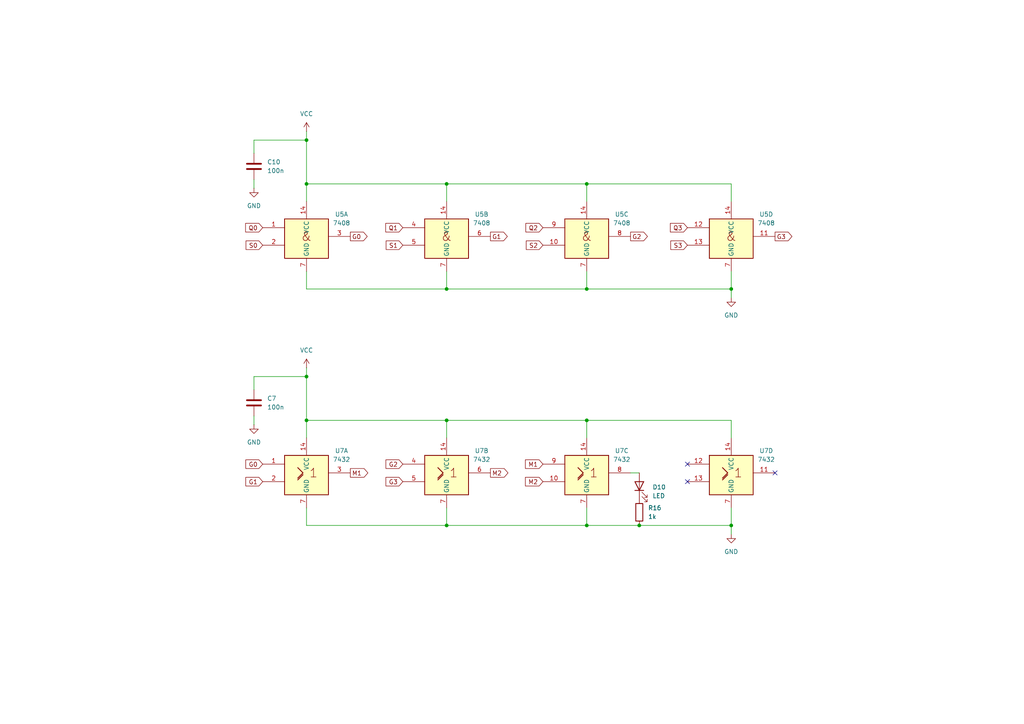
<source format=kicad_sch>
(kicad_sch (version 20250114) (generator "eeschema") (generator_version "9.0")
  (paper "A4")
  (title_block (title "PinCheck - 4 Pin Cable (LEMHAL)") (date "2025-08-27") (rev "Rev 1.0") (company "Igor Oliveira") (comment 1 "Continuity & Logic Test Circuit") (comment 2 "Decade Counter with pass/fail logic gates"))
  (lib_symbols
    (symbol "74xx_IEEE:7408"
      (property "Reference" "U" (at 2.54 7.62 0))
      (property "Value" "7408" (at 3.81 -8.89 0))
      (symbol "7408_0_1"
        (rectangle (start -6.35 5.08) (end 6.35 -6.35) (stroke (width 0.254)) (fill (type background)))
        (text "&" (at 0 0 0) (effects (font (size 2.54 2.54))))
        (pin power_in line (at 0 10.16 270) (length 5.08) (name "VCC") (number "14"))
        (pin power_in line (at 0 -10.16 90) (length 3.81) (name "GND") (number "7"))
      )
      (symbol "7408_1_1"
        (pin input line (at -12.7 2.54 0) (length 6.35) (name "~") (number "1"))
        (pin input line (at -12.7 -2.54 0) (length 6.35) (name "~") (number "2"))
        (pin output line (at 12.7 0 180) (length 6.35) (name "~") (number "3"))
      )
      (symbol "7408_2_1"
        (pin input line (at -12.7 2.54 0) (length 6.35) (name "~") (number "4"))
        (pin input line (at -12.7 -2.54 0) (length 6.35) (name "~") (number "5"))
        (pin input line (at 12.7 0 180) (length 6.35) (name "~") (number "6"))
      )
      (symbol "7408_3_1"
        (pin input line (at -12.7 2.54 0) (length 6.35) (name "~") (number "9"))
        (pin input line (at -12.7 -2.54 0) (length 6.35) (name "~") (number "10"))
        (pin input line (at 12.7 0 180) (length 6.35) (name "~") (number "8"))
      )
      (symbol "7408_4_1"
        (pin input line (at -12.7 2.54 0) (length 6.35) (name "~") (number "12"))
        (pin input line (at -12.7 -2.54 0) (length 6.35) (name "~") (number "13"))
        (pin input line (at 12.7 0 180) (length 6.35) (name "~") (number "11"))
      )
    )
    (symbol "74xx_IEEE:7432"
      (property "Reference" "U" (at 2.54 6.35 0))
      (property "Value" "7432" (at 3.81 -7.62 0))
      (symbol "7432_0_1"
        (rectangle (start -6.35 5.08) (end 6.35 -6.35) (stroke (width 0.254)) (fill (type background)))
        (polyline (pts (xy -2.54 1.524) (xy -2.54 1.524) (xy -1.016 0) (xy -2.54 -1.524) (xy -2.54 -1.524)) (stroke (width 0.254)) (fill (type background)))
        (polyline (pts (xy -2.54 -2.032) (xy -1.016 -0.508) (xy -1.016 -0.508)) (stroke (width 0.254)) (fill (type background)))
        (text "1" (at 2.032 0 0) (effects (font (size 2.54 2.54))))
        (pin power_in line (at 0 10.16 270) (length 5.08) (name "VCC") (number "14"))
        (pin power_in line (at 0 -10.16 90) (length 3.81) (name "GND") (number "7"))
      )
      (symbol "7432_1_1"
        (pin input line (at -12.7 2.54 0) (length 6.35) (name "~") (number "1"))
        (pin input line (at -12.7 -2.54 0) (length 6.35) (name "~") (number "2"))
        (pin output line (at 12.7 0 180) (length 6.35) (name "~") (number "3"))
      )
      (symbol "7432_2_1"
        (pin input line (at -12.7 2.54 0) (length 6.35) (name "~") (number "4"))
        (pin input line (at -12.7 -2.54 0) (length 6.35) (name "~") (number "5"))
        (pin output line (at 12.7 0 180) (length 6.35) (name "~") (number "6"))
      )
      (symbol "7432_3_1"
        (pin input line (at -12.7 2.54 0) (length 6.35) (name "~") (number "9"))
        (pin input line (at -12.7 -2.54 0) (length 6.35) (name "~") (number "10"))
        (pin output line (at 12.7 0 180) (length 6.35) (name "~") (number "8"))
      )
      (symbol "7432_4_1"
        (pin input line (at -12.7 2.54 0) (length 6.35) (name "~") (number "12"))
        (pin input line (at -12.7 -2.54 0) (length 6.35) (name "~") (number "13"))
        (pin output line (at 12.7 0 180) (length 6.35) (name "~") (number "11"))
      )
    )
    (symbol "Device:C" (pin_numbers (hide yes)) (pin_names (offset 0.254))
      (property "Reference" "C" (at 0.635 2.54 0))
      (property "Value" "C" (at 0.635 -2.54 0))
      (symbol "C_0_1"
        (polyline (pts (xy -2.032 0.762) (xy 2.032 0.762)) (stroke (width 0.508)))
        (polyline (pts (xy -2.032 -0.762) (xy 2.032 -0.762)) (stroke (width 0.508)))
      )
      (symbol "C_1_1"
        (pin passive line (at 0 3.81 270) (length 2.794) (name "~") (number "1"))
        (pin passive line (at 0 -3.81 90) (length 2.794) (name "~") (number "2"))
      )
    )
    (symbol "Device:LED" (pin_numbers (hide yes)) (pin_names (offset 1.016) (hide yes))
      (property "Reference" "D" (at 0 2.54 0))
      (property "Value" "LED" (at 0 -2.54 0))
      (symbol "LED_0_1"
        (polyline (pts (xy -3.048 -0.762) (xy -4.572 -2.286) (xy -3.81 -2.286) (xy -4.572 -2.286) (xy -4.572 -1.524)))
        (polyline (pts (xy -1.778 -0.762) (xy -3.302 -2.286) (xy -2.54 -2.286) (xy -3.302 -2.286) (xy -3.302 -1.524)))
        (polyline (pts (xy -1.27 0) (xy 1.27 0)))
        (polyline (pts (xy -1.27 -1.27) (xy -1.27 1.27)) (stroke (width 0.254)))
        (polyline (pts (xy 1.27 -1.27) (xy 1.27 1.27) (xy -1.27 0) (xy 1.27 -1.27)) (stroke (width 0.254)))
      )
      (symbol "LED_1_1"
        (pin passive line (at -3.81 0 0) (length 2.54) (name "K") (number "1"))
        (pin passive line (at 3.81 0 180) (length 2.54) (name "A") (number "2"))
      )
    )
    (symbol "Device:R" (pin_numbers (hide yes)) (pin_names (offset 0))
      (property "Reference" "R" (at 2.032 0 90))
      (property "Value" "R" (at 0 0 90))
      (symbol "R_0_1"
        (rectangle (start -1.016 -2.54) (end 1.016 2.54) (stroke (width 0.254)))
      )
      (symbol "R_1_1"
        (pin passive line (at 0 3.81 270) (length 1.27) (name "~") (number "1"))
        (pin passive line (at 0 -3.81 90) (length 1.27) (name "~") (number "2"))
      )
    )
    (symbol "power:GND" (power) (pin_numbers (hide yes)) (pin_names (offset 0) (hide yes))
      (property "Value" "GND" (at 0 -3.81 0))
      (symbol "GND_0_1"
        (polyline (pts (xy 0 0) (xy 0 -1.27) (xy 1.27 -1.27) (xy 0 -2.54) (xy -1.27 -1.27) (xy 0 -1.27)))
      )
      (symbol "GND_1_1"
        (pin power_in line (at 0 0 270) (length 0) (name "~") (number "1"))
      )
    )
    (symbol "power:VCC" (power) (pin_numbers (hide yes)) (pin_names (offset 0) (hide yes))
      (property "Value" "VCC" (at 0 3.556 0))
      (symbol "VCC_0_1"
        (polyline (pts (xy -0.762 1.27) (xy 0 2.54)))
        (polyline (pts (xy 0 2.54) (xy 0.762 1.27)))
        (polyline (pts (xy 0 0) (xy 0 2.54)))
      )
      (symbol "VCC_1_1"
        (pin power_in line (at 0 0 90) (length 0) (name "~") (number "1"))
      )
    )
  )
  (junction (at 88.9 121.92))
  (junction (at 129.54 83.82))
  (junction (at 170.18 53.34))
  (junction (at 129.54 121.92))
  (junction (at 170.18 121.92))
  (junction (at 88.9 40.64))
  (junction (at 88.9 53.34))
  (junction (at 129.54 53.34))
  (junction (at 170.18 83.82))
  (junction (at 170.18 152.4))
  (junction (at 88.9 109.22))
  (junction (at 212.09 83.82))
  (junction (at 212.09 152.4))
  (junction (at 129.54 152.4))
  (junction (at 185.42 152.4))
  (no_connect (at 224.79 137.16))
  (no_connect (at 199.39 139.7))
  (no_connect (at 199.39 134.62))
  (wire (pts (xy 129.54 147.32) (xy 129.54 152.4)))
  (wire (pts (xy 170.18 121.92) (xy 170.18 127)))
  (wire (pts (xy 170.18 53.34) (xy 212.09 53.34)))
  (wire (pts (xy 129.54 53.34) (xy 170.18 53.34)))
  (wire (pts (xy 170.18 53.34) (xy 170.18 58.42)))
  (wire (pts (xy 185.42 137.16) (xy 182.88 137.16)))
  (wire (pts (xy 129.54 78.74) (xy 129.54 83.82)))
  (wire (pts (xy 129.54 83.82) (xy 170.18 83.82)))
  (wire (pts (xy 88.9 106.68) (xy 88.9 109.22)))
  (wire (pts (xy 88.9 78.74) (xy 88.9 83.82)))
  (wire (pts (xy 73.66 123.19) (xy 73.66 120.65)))
  (wire (pts (xy 88.9 152.4) (xy 129.54 152.4)))
  (wire (pts (xy 88.9 53.34) (xy 88.9 58.42)))
  (wire (pts (xy 88.9 83.82) (xy 129.54 83.82)))
  (wire (pts (xy 88.9 53.34) (xy 129.54 53.34)))
  (wire (pts (xy 170.18 152.4) (xy 185.42 152.4)))
  (wire (pts (xy 129.54 53.34) (xy 129.54 58.42)))
  (wire (pts (xy 170.18 78.74) (xy 170.18 83.82)))
  (wire (pts (xy 88.9 38.1) (xy 88.9 40.64)))
  (wire (pts (xy 212.09 86.36) (xy 212.09 83.82)))
  (wire (pts (xy 212.09 121.92) (xy 212.09 127)))
  (wire (pts (xy 88.9 53.34) (xy 88.9 40.64)))
  (wire (pts (xy 88.9 147.32) (xy 88.9 152.4)))
  (wire (pts (xy 212.09 147.32) (xy 212.09 152.4)))
  (wire (pts (xy 73.66 54.61) (xy 73.66 52.07)))
  (wire (pts (xy 212.09 53.34) (xy 212.09 58.42)))
  (wire (pts (xy 73.66 40.64) (xy 73.66 44.45)))
  (wire (pts (xy 88.9 109.22) (xy 73.66 109.22)))
  (wire (pts (xy 88.9 121.92) (xy 88.9 127)))
  (wire (pts (xy 212.09 154.94) (xy 212.09 152.4)))
  (wire (pts (xy 170.18 147.32) (xy 170.18 152.4)))
  (wire (pts (xy 185.42 152.4) (xy 212.09 152.4)))
  (wire (pts (xy 73.66 109.22) (xy 73.66 113.03)))
  (wire (pts (xy 88.9 121.92) (xy 88.9 109.22)))
  (wire (pts (xy 170.18 121.92) (xy 212.09 121.92)))
  (wire (pts (xy 129.54 152.4) (xy 170.18 152.4)))
  (wire (pts (xy 170.18 83.82) (xy 212.09 83.82)))
  (wire (pts (xy 129.54 121.92) (xy 170.18 121.92)))
  (wire (pts (xy 88.9 40.64) (xy 73.66 40.64)))
  (wire (pts (xy 212.09 78.74) (xy 212.09 83.82)))
  (wire (pts (xy 88.9 121.92) (xy 129.54 121.92)))
  (wire (pts (xy 129.54 121.92) (xy 129.54 127)))
  (global_label "G1" (shape output) (at 142.24 68.58 0) (property "Intersheetrefs" "${INTERSHEET_REFS}" (effects (hide yes))))
  (global_label "Q0" (shape input) (at 76.2 66.04 180) (property "Intersheetrefs" "${INTERSHEET_REFS}" (effects (hide yes))))
  (global_label "S2" (shape input) (at 157.48 71.12 180) (property "Intersheetrefs" "${INTERSHEET_REFS}" (effects (hide yes))))
  (global_label "G2" (shape output) (at 182.88 68.58 0) (property "Intersheetrefs" "${INTERSHEET_REFS}" (effects (hide yes))))
  (global_label "S0" (shape input) (at 76.2 71.12 180) (property "Intersheetrefs" "${INTERSHEET_REFS}" (effects (hide yes))))
  (global_label "Q3" (shape input) (at 199.39 66.04 180) (property "Intersheetrefs" "${INTERSHEET_REFS}" (effects (hide yes))))
  (global_label "M2" (shape output) (at 142.24 137.16 0) (property "Intersheetrefs" "${INTERSHEET_REFS}" (effects (hide yes))))
  (global_label "G2" (shape input) (at 116.84 134.62 180) (property "Intersheetrefs" "${INTERSHEET_REFS}" (effects (hide yes))))
  (global_label "S3" (shape input) (at 199.39 71.12 180) (property "Intersheetrefs" "${INTERSHEET_REFS}" (effects (hide yes))))
  (global_label "M1" (shape input) (at 157.48 134.62 180) (property "Intersheetrefs" "${INTERSHEET_REFS}" (effects (hide yes))))
  (global_label "G1" (shape input) (at 76.2 139.7 180) (property "Intersheetrefs" "${INTERSHEET_REFS}" (effects (hide yes))))
  (global_label "G0" (shape input) (at 76.2 134.62 180) (property "Intersheetrefs" "${INTERSHEET_REFS}" (effects (hide yes))))
  (global_label "Q2" (shape input) (at 157.48 66.04 180) (property "Intersheetrefs" "${INTERSHEET_REFS}" (effects (hide yes))))
  (global_label "M2" (shape input) (at 157.48 139.7 180) (property "Intersheetrefs" "${INTERSHEET_REFS}" (effects (hide yes))))
  (global_label "G0" (shape output) (at 101.6 68.58 0) (property "Intersheetrefs" "${INTERSHEET_REFS}" (effects (hide yes))))
  (global_label "S1" (shape input) (at 116.84 71.12 180) (property "Intersheetrefs" "${INTERSHEET_REFS}" (effects (hide yes))))
  (global_label "G3" (shape input) (at 116.84 139.7 180) (property "Intersheetrefs" "${INTERSHEET_REFS}" (effects (hide yes))))
  (global_label "Q1" (shape input) (at 116.84 66.04 180) (property "Intersheetrefs" "${INTERSHEET_REFS}" (effects (hide yes))))
  (global_label "G3" (shape output) (at 224.79 68.58 0) (property "Intersheetrefs" "${INTERSHEET_REFS}" (effects (hide yes))))
  (global_label "M1" (shape output) (at 101.6 137.16 0) (property "Intersheetrefs" "${INTERSHEET_REFS}" (effects (hide yes))))
  (symbol (lib_id "74xx_IEEE:7408") (at 88.9 68.58 0) (unit 1)
    (property "Reference" "U5" (at 99.06 62.1598 0))
    (property "Value" "7408" (at 99.06 64.6998 0))
  )
  (symbol (lib_id "74xx_IEEE:7432") (at 88.9 137.16 0) (unit 1)
    (property "Reference" "U7" (at 99.06 130.7398 0))
    (property "Value" "7432" (at 99.06 133.2798 0))
  )
  (symbol (lib_id "74xx_IEEE:7432") (at 212.09 137.16 0) (unit 4)
    (property "Reference" "U7" (at 222.25 130.7398 0))
    (property "Value" "7432" (at 222.25 133.2798 0))
  )
  (symbol (lib_id "power:GND") (at 73.66 123.19 0) (unit 1)
    (property "Reference" "#PWR021" (effects (hide yes)))
    (property "Value" "GND" (at 73.66 128.27 0))
    (property "Description" "Power symbol creates a global label with name \"GND\" , ground" (effects (hide yes)))
  )
  (symbol (lib_id "Device:LED") (at 185.42 140.97 90) (unit 1)
    (property "Reference" "D10" (at 189.23 141.2874 90) (effects (justify right)))
    (property "Value" "LED" (at 189.23 143.8274 90) (effects (justify right)))
    (property "Description" "Light emitting diode" (effects (hide yes)))
    (property "Sim.Pins" "1=K 2=A" (effects (hide yes)))
  )
  (symbol (lib_id "74xx_IEEE:7408") (at 170.18 68.58 0) (unit 3)
    (property "Reference" "U5" (at 180.34 62.1598 0))
    (property "Value" "7408" (at 180.34 64.6998 0))
  )
  (symbol (lib_id "power:GND") (at 212.09 86.36 0) (unit 1)
    (property "Reference" "#PWR040" (effects (hide yes)))
    (property "Value" "GND" (at 212.09 91.44 0))
    (property "Description" "Power symbol creates a global label with name \"GND\" , ground" (effects (hide yes)))
  )
  (symbol (lib_id "74xx_IEEE:7408") (at 212.09 68.58 0) (unit 4)
    (property "Reference" "U5" (at 222.25 62.1598 0))
    (property "Value" "7408" (at 222.25 64.6998 0))
  )
  (symbol (lib_id "74xx_IEEE:7432") (at 170.18 137.16 0) (unit 3)
    (property "Reference" "U7" (at 180.34 130.7398 0))
    (property "Value" "7432" (at 180.34 133.2798 0))
  )
  (symbol (lib_id "power:VCC") (at 88.9 106.68 0) (unit 1)
    (property "Reference" "#PWR022" (effects (hide yes)))
    (property "Value" "VCC" (at 88.9 101.6 0))
    (property "Description" "Power symbol creates a global label with name \"VCC\"" (effects (hide yes)))
  )
  (symbol (lib_id "Device:R") (at 185.42 148.59 0) (unit 1)
    (property "Reference" "R16" (at 187.96 147.3199 0) (effects (justify left)))
    (property "Value" "1k" (at 187.96 149.8599 0) (effects (justify left)))
    (property "Description" "Resistor" (effects (hide yes)))
  )
  (symbol (lib_id "74xx_IEEE:7408") (at 129.54 68.58 0) (unit 2)
    (property "Reference" "U5" (at 139.7 62.1598 0))
    (property "Value" "7408" (at 139.7 64.6998 0))
  )
  (symbol (lib_id "power:GND") (at 212.09 154.94 0) (unit 1)
    (property "Reference" "#PWR020" (effects (hide yes)))
    (property "Value" "GND" (at 212.09 160.02 0))
    (property "Description" "Power symbol creates a global label with name \"GND\" , ground" (effects (hide yes)))
  )
  (symbol (lib_id "power:GND") (at 73.66 54.61 0) (unit 1)
    (property "Reference" "#PWR035" (effects (hide yes)))
    (property "Value" "GND" (at 73.66 59.69 0))
    (property "Description" "Power symbol creates a global label with name \"GND\" , ground" (effects (hide yes)))
  )
  (symbol (lib_id "Device:C") (at 73.66 116.84 0) (unit 1)
    (property "Reference" "C7" (at 77.47 115.5699 0) (effects (justify left)))
    (property "Value" "100n" (at 77.47 118.1099 0) (effects (justify left)))
    (property "Description" "Unpolarized capacitor" (effects (hide yes)))
  )
  (symbol (lib_id "74xx_IEEE:7432") (at 129.54 137.16 0) (unit 2)
    (property "Reference" "U7" (at 139.7 130.7398 0))
    (property "Value" "7432" (at 139.7 133.2798 0))
  )
  (symbol (lib_id "Device:C") (at 73.66 48.26 0) (unit 1)
    (property "Reference" "C10" (at 77.47 46.9899 0) (effects (justify left)))
    (property "Value" "100n" (at 77.47 49.5299 0) (effects (justify left)))
    (property "Description" "Unpolarized capacitor" (effects (hide yes)))
  )
  (symbol (lib_id "power:VCC") (at 88.9 38.1 0) (unit 1)
    (property "Reference" "#PWR036" (effects (hide yes)))
    (property "Value" "VCC" (at 88.9 33.02 0))
    (property "Description" "Power symbol creates a global label with name \"VCC\"" (effects (hide yes)))
  )
)
</source>
